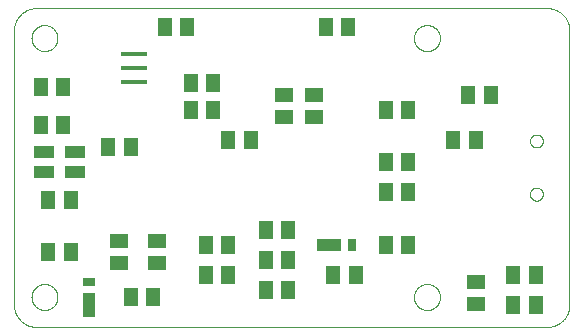
<source format=gbp>
G75*
%MOIN*%
%OFA0B0*%
%FSLAX25Y25*%
%IPPOS*%
%LPD*%
%AMOC8*
5,1,8,0,0,1.08239X$1,22.5*
%
%ADD10C,0.00000*%
%ADD11R,0.05118X0.06299*%
%ADD12R,0.05118X0.05906*%
%ADD13R,0.05906X0.05118*%
%ADD14R,0.06693X0.04134*%
%ADD15R,0.09055X0.01575*%
%ADD16R,0.07874X0.04331*%
%ADD17R,0.03150X0.04331*%
%ADD18R,0.04331X0.07874*%
%ADD19R,0.04331X0.03150*%
%ADD20R,0.06299X0.05118*%
D10*
X0114898Y0038933D02*
X0114898Y0130232D01*
X0114900Y0130413D01*
X0114907Y0130594D01*
X0114918Y0130775D01*
X0114933Y0130956D01*
X0114953Y0131136D01*
X0114977Y0131316D01*
X0115005Y0131495D01*
X0115038Y0131673D01*
X0115075Y0131850D01*
X0115116Y0132027D01*
X0115161Y0132202D01*
X0115211Y0132377D01*
X0115265Y0132550D01*
X0115323Y0132721D01*
X0115385Y0132892D01*
X0115452Y0133060D01*
X0115522Y0133227D01*
X0115596Y0133393D01*
X0115675Y0133556D01*
X0115757Y0133717D01*
X0115843Y0133877D01*
X0115933Y0134034D01*
X0116027Y0134189D01*
X0116124Y0134342D01*
X0116226Y0134492D01*
X0116330Y0134640D01*
X0116439Y0134786D01*
X0116550Y0134928D01*
X0116666Y0135068D01*
X0116784Y0135205D01*
X0116906Y0135340D01*
X0117031Y0135471D01*
X0117159Y0135599D01*
X0117290Y0135724D01*
X0117425Y0135846D01*
X0117562Y0135964D01*
X0117702Y0136080D01*
X0117844Y0136191D01*
X0117990Y0136300D01*
X0118138Y0136404D01*
X0118288Y0136506D01*
X0118441Y0136603D01*
X0118596Y0136697D01*
X0118753Y0136787D01*
X0118913Y0136873D01*
X0119074Y0136955D01*
X0119237Y0137034D01*
X0119403Y0137108D01*
X0119570Y0137178D01*
X0119738Y0137245D01*
X0119909Y0137307D01*
X0120080Y0137365D01*
X0120253Y0137419D01*
X0120428Y0137469D01*
X0120603Y0137514D01*
X0120780Y0137555D01*
X0120957Y0137592D01*
X0121135Y0137625D01*
X0121314Y0137653D01*
X0121494Y0137677D01*
X0121674Y0137697D01*
X0121855Y0137712D01*
X0122036Y0137723D01*
X0122217Y0137730D01*
X0122398Y0137732D01*
X0292595Y0137732D01*
X0292776Y0137730D01*
X0292957Y0137723D01*
X0293138Y0137712D01*
X0293319Y0137697D01*
X0293499Y0137677D01*
X0293679Y0137653D01*
X0293858Y0137625D01*
X0294036Y0137592D01*
X0294213Y0137555D01*
X0294390Y0137514D01*
X0294565Y0137469D01*
X0294740Y0137419D01*
X0294913Y0137365D01*
X0295084Y0137307D01*
X0295255Y0137245D01*
X0295423Y0137178D01*
X0295590Y0137108D01*
X0295756Y0137034D01*
X0295919Y0136955D01*
X0296080Y0136873D01*
X0296240Y0136787D01*
X0296397Y0136697D01*
X0296552Y0136603D01*
X0296705Y0136506D01*
X0296855Y0136404D01*
X0297003Y0136300D01*
X0297149Y0136191D01*
X0297291Y0136080D01*
X0297431Y0135964D01*
X0297568Y0135846D01*
X0297703Y0135724D01*
X0297834Y0135599D01*
X0297962Y0135471D01*
X0298087Y0135340D01*
X0298209Y0135205D01*
X0298327Y0135068D01*
X0298443Y0134928D01*
X0298554Y0134786D01*
X0298663Y0134640D01*
X0298767Y0134492D01*
X0298869Y0134342D01*
X0298966Y0134189D01*
X0299060Y0134034D01*
X0299150Y0133877D01*
X0299236Y0133717D01*
X0299318Y0133556D01*
X0299397Y0133393D01*
X0299471Y0133227D01*
X0299541Y0133060D01*
X0299608Y0132892D01*
X0299670Y0132721D01*
X0299728Y0132550D01*
X0299782Y0132377D01*
X0299832Y0132202D01*
X0299877Y0132027D01*
X0299918Y0131850D01*
X0299955Y0131673D01*
X0299988Y0131495D01*
X0300016Y0131316D01*
X0300040Y0131136D01*
X0300060Y0130956D01*
X0300075Y0130775D01*
X0300086Y0130594D01*
X0300093Y0130413D01*
X0300095Y0130232D01*
X0300095Y0038933D01*
X0300093Y0038752D01*
X0300086Y0038571D01*
X0300075Y0038390D01*
X0300060Y0038209D01*
X0300040Y0038029D01*
X0300016Y0037849D01*
X0299988Y0037670D01*
X0299955Y0037492D01*
X0299918Y0037315D01*
X0299877Y0037138D01*
X0299832Y0036963D01*
X0299782Y0036788D01*
X0299728Y0036615D01*
X0299670Y0036444D01*
X0299608Y0036273D01*
X0299541Y0036105D01*
X0299471Y0035938D01*
X0299397Y0035772D01*
X0299318Y0035609D01*
X0299236Y0035448D01*
X0299150Y0035288D01*
X0299060Y0035131D01*
X0298966Y0034976D01*
X0298869Y0034823D01*
X0298767Y0034673D01*
X0298663Y0034525D01*
X0298554Y0034379D01*
X0298443Y0034237D01*
X0298327Y0034097D01*
X0298209Y0033960D01*
X0298087Y0033825D01*
X0297962Y0033694D01*
X0297834Y0033566D01*
X0297703Y0033441D01*
X0297568Y0033319D01*
X0297431Y0033201D01*
X0297291Y0033085D01*
X0297149Y0032974D01*
X0297003Y0032865D01*
X0296855Y0032761D01*
X0296705Y0032659D01*
X0296552Y0032562D01*
X0296397Y0032468D01*
X0296240Y0032378D01*
X0296080Y0032292D01*
X0295919Y0032210D01*
X0295756Y0032131D01*
X0295590Y0032057D01*
X0295423Y0031987D01*
X0295255Y0031920D01*
X0295084Y0031858D01*
X0294913Y0031800D01*
X0294740Y0031746D01*
X0294565Y0031696D01*
X0294390Y0031651D01*
X0294213Y0031610D01*
X0294036Y0031573D01*
X0293858Y0031540D01*
X0293679Y0031512D01*
X0293499Y0031488D01*
X0293319Y0031468D01*
X0293138Y0031453D01*
X0292957Y0031442D01*
X0292776Y0031435D01*
X0292595Y0031433D01*
X0122398Y0031433D01*
X0122217Y0031435D01*
X0122036Y0031442D01*
X0121855Y0031453D01*
X0121674Y0031468D01*
X0121494Y0031488D01*
X0121314Y0031512D01*
X0121135Y0031540D01*
X0120957Y0031573D01*
X0120780Y0031610D01*
X0120603Y0031651D01*
X0120428Y0031696D01*
X0120253Y0031746D01*
X0120080Y0031800D01*
X0119909Y0031858D01*
X0119738Y0031920D01*
X0119570Y0031987D01*
X0119403Y0032057D01*
X0119237Y0032131D01*
X0119074Y0032210D01*
X0118913Y0032292D01*
X0118753Y0032378D01*
X0118596Y0032468D01*
X0118441Y0032562D01*
X0118288Y0032659D01*
X0118138Y0032761D01*
X0117990Y0032865D01*
X0117844Y0032974D01*
X0117702Y0033085D01*
X0117562Y0033201D01*
X0117425Y0033319D01*
X0117290Y0033441D01*
X0117159Y0033566D01*
X0117031Y0033694D01*
X0116906Y0033825D01*
X0116784Y0033960D01*
X0116666Y0034097D01*
X0116550Y0034237D01*
X0116439Y0034379D01*
X0116330Y0034525D01*
X0116226Y0034673D01*
X0116124Y0034823D01*
X0116027Y0034976D01*
X0115933Y0035131D01*
X0115843Y0035288D01*
X0115757Y0035448D01*
X0115675Y0035609D01*
X0115596Y0035772D01*
X0115522Y0035938D01*
X0115452Y0036105D01*
X0115385Y0036273D01*
X0115323Y0036444D01*
X0115265Y0036615D01*
X0115211Y0036788D01*
X0115161Y0036963D01*
X0115116Y0037138D01*
X0115075Y0037315D01*
X0115038Y0037492D01*
X0115005Y0037670D01*
X0114977Y0037849D01*
X0114953Y0038029D01*
X0114933Y0038209D01*
X0114918Y0038390D01*
X0114907Y0038571D01*
X0114900Y0038752D01*
X0114898Y0038933D01*
X0120764Y0041433D02*
X0120766Y0041564D01*
X0120772Y0041696D01*
X0120782Y0041827D01*
X0120796Y0041958D01*
X0120814Y0042088D01*
X0120836Y0042217D01*
X0120861Y0042346D01*
X0120891Y0042474D01*
X0120925Y0042601D01*
X0120962Y0042728D01*
X0121003Y0042852D01*
X0121048Y0042976D01*
X0121097Y0043098D01*
X0121149Y0043219D01*
X0121205Y0043337D01*
X0121265Y0043455D01*
X0121328Y0043570D01*
X0121395Y0043683D01*
X0121465Y0043795D01*
X0121538Y0043904D01*
X0121614Y0044010D01*
X0121694Y0044115D01*
X0121777Y0044217D01*
X0121863Y0044316D01*
X0121952Y0044413D01*
X0122044Y0044507D01*
X0122139Y0044598D01*
X0122236Y0044687D01*
X0122336Y0044772D01*
X0122439Y0044854D01*
X0122544Y0044933D01*
X0122651Y0045009D01*
X0122761Y0045081D01*
X0122873Y0045150D01*
X0122987Y0045216D01*
X0123102Y0045278D01*
X0123220Y0045337D01*
X0123339Y0045392D01*
X0123460Y0045444D01*
X0123583Y0045491D01*
X0123707Y0045535D01*
X0123832Y0045576D01*
X0123958Y0045612D01*
X0124086Y0045645D01*
X0124214Y0045673D01*
X0124343Y0045698D01*
X0124473Y0045719D01*
X0124603Y0045736D01*
X0124734Y0045749D01*
X0124865Y0045758D01*
X0124996Y0045763D01*
X0125128Y0045764D01*
X0125259Y0045761D01*
X0125391Y0045754D01*
X0125522Y0045743D01*
X0125652Y0045728D01*
X0125782Y0045709D01*
X0125912Y0045686D01*
X0126040Y0045660D01*
X0126168Y0045629D01*
X0126295Y0045594D01*
X0126421Y0045556D01*
X0126545Y0045514D01*
X0126669Y0045468D01*
X0126790Y0045418D01*
X0126910Y0045365D01*
X0127029Y0045308D01*
X0127146Y0045248D01*
X0127260Y0045184D01*
X0127373Y0045116D01*
X0127484Y0045045D01*
X0127593Y0044971D01*
X0127699Y0044894D01*
X0127803Y0044813D01*
X0127904Y0044730D01*
X0128003Y0044643D01*
X0128099Y0044553D01*
X0128192Y0044460D01*
X0128283Y0044365D01*
X0128370Y0044267D01*
X0128455Y0044166D01*
X0128536Y0044063D01*
X0128614Y0043957D01*
X0128689Y0043849D01*
X0128761Y0043739D01*
X0128829Y0043627D01*
X0128894Y0043513D01*
X0128955Y0043396D01*
X0129013Y0043278D01*
X0129067Y0043158D01*
X0129118Y0043037D01*
X0129165Y0042914D01*
X0129208Y0042790D01*
X0129247Y0042665D01*
X0129283Y0042538D01*
X0129314Y0042410D01*
X0129342Y0042282D01*
X0129366Y0042153D01*
X0129386Y0042023D01*
X0129402Y0041892D01*
X0129414Y0041761D01*
X0129422Y0041630D01*
X0129426Y0041499D01*
X0129426Y0041367D01*
X0129422Y0041236D01*
X0129414Y0041105D01*
X0129402Y0040974D01*
X0129386Y0040843D01*
X0129366Y0040713D01*
X0129342Y0040584D01*
X0129314Y0040456D01*
X0129283Y0040328D01*
X0129247Y0040201D01*
X0129208Y0040076D01*
X0129165Y0039952D01*
X0129118Y0039829D01*
X0129067Y0039708D01*
X0129013Y0039588D01*
X0128955Y0039470D01*
X0128894Y0039353D01*
X0128829Y0039239D01*
X0128761Y0039127D01*
X0128689Y0039017D01*
X0128614Y0038909D01*
X0128536Y0038803D01*
X0128455Y0038700D01*
X0128370Y0038599D01*
X0128283Y0038501D01*
X0128192Y0038406D01*
X0128099Y0038313D01*
X0128003Y0038223D01*
X0127904Y0038136D01*
X0127803Y0038053D01*
X0127699Y0037972D01*
X0127593Y0037895D01*
X0127484Y0037821D01*
X0127373Y0037750D01*
X0127261Y0037682D01*
X0127146Y0037618D01*
X0127029Y0037558D01*
X0126910Y0037501D01*
X0126790Y0037448D01*
X0126669Y0037398D01*
X0126545Y0037352D01*
X0126421Y0037310D01*
X0126295Y0037272D01*
X0126168Y0037237D01*
X0126040Y0037206D01*
X0125912Y0037180D01*
X0125782Y0037157D01*
X0125652Y0037138D01*
X0125522Y0037123D01*
X0125391Y0037112D01*
X0125259Y0037105D01*
X0125128Y0037102D01*
X0124996Y0037103D01*
X0124865Y0037108D01*
X0124734Y0037117D01*
X0124603Y0037130D01*
X0124473Y0037147D01*
X0124343Y0037168D01*
X0124214Y0037193D01*
X0124086Y0037221D01*
X0123958Y0037254D01*
X0123832Y0037290D01*
X0123707Y0037331D01*
X0123583Y0037375D01*
X0123460Y0037422D01*
X0123339Y0037474D01*
X0123220Y0037529D01*
X0123102Y0037588D01*
X0122987Y0037650D01*
X0122873Y0037716D01*
X0122761Y0037785D01*
X0122651Y0037857D01*
X0122544Y0037933D01*
X0122439Y0038012D01*
X0122336Y0038094D01*
X0122236Y0038179D01*
X0122139Y0038268D01*
X0122044Y0038359D01*
X0121952Y0038453D01*
X0121863Y0038550D01*
X0121777Y0038649D01*
X0121694Y0038751D01*
X0121614Y0038856D01*
X0121538Y0038962D01*
X0121465Y0039071D01*
X0121395Y0039183D01*
X0121328Y0039296D01*
X0121265Y0039411D01*
X0121205Y0039529D01*
X0121149Y0039647D01*
X0121097Y0039768D01*
X0121048Y0039890D01*
X0121003Y0040014D01*
X0120962Y0040138D01*
X0120925Y0040265D01*
X0120891Y0040392D01*
X0120861Y0040520D01*
X0120836Y0040649D01*
X0120814Y0040778D01*
X0120796Y0040908D01*
X0120782Y0041039D01*
X0120772Y0041170D01*
X0120766Y0041302D01*
X0120764Y0041433D01*
X0248264Y0041433D02*
X0248266Y0041564D01*
X0248272Y0041696D01*
X0248282Y0041827D01*
X0248296Y0041958D01*
X0248314Y0042088D01*
X0248336Y0042217D01*
X0248361Y0042346D01*
X0248391Y0042474D01*
X0248425Y0042601D01*
X0248462Y0042728D01*
X0248503Y0042852D01*
X0248548Y0042976D01*
X0248597Y0043098D01*
X0248649Y0043219D01*
X0248705Y0043337D01*
X0248765Y0043455D01*
X0248828Y0043570D01*
X0248895Y0043683D01*
X0248965Y0043795D01*
X0249038Y0043904D01*
X0249114Y0044010D01*
X0249194Y0044115D01*
X0249277Y0044217D01*
X0249363Y0044316D01*
X0249452Y0044413D01*
X0249544Y0044507D01*
X0249639Y0044598D01*
X0249736Y0044687D01*
X0249836Y0044772D01*
X0249939Y0044854D01*
X0250044Y0044933D01*
X0250151Y0045009D01*
X0250261Y0045081D01*
X0250373Y0045150D01*
X0250487Y0045216D01*
X0250602Y0045278D01*
X0250720Y0045337D01*
X0250839Y0045392D01*
X0250960Y0045444D01*
X0251083Y0045491D01*
X0251207Y0045535D01*
X0251332Y0045576D01*
X0251458Y0045612D01*
X0251586Y0045645D01*
X0251714Y0045673D01*
X0251843Y0045698D01*
X0251973Y0045719D01*
X0252103Y0045736D01*
X0252234Y0045749D01*
X0252365Y0045758D01*
X0252496Y0045763D01*
X0252628Y0045764D01*
X0252759Y0045761D01*
X0252891Y0045754D01*
X0253022Y0045743D01*
X0253152Y0045728D01*
X0253282Y0045709D01*
X0253412Y0045686D01*
X0253540Y0045660D01*
X0253668Y0045629D01*
X0253795Y0045594D01*
X0253921Y0045556D01*
X0254045Y0045514D01*
X0254169Y0045468D01*
X0254290Y0045418D01*
X0254410Y0045365D01*
X0254529Y0045308D01*
X0254646Y0045248D01*
X0254760Y0045184D01*
X0254873Y0045116D01*
X0254984Y0045045D01*
X0255093Y0044971D01*
X0255199Y0044894D01*
X0255303Y0044813D01*
X0255404Y0044730D01*
X0255503Y0044643D01*
X0255599Y0044553D01*
X0255692Y0044460D01*
X0255783Y0044365D01*
X0255870Y0044267D01*
X0255955Y0044166D01*
X0256036Y0044063D01*
X0256114Y0043957D01*
X0256189Y0043849D01*
X0256261Y0043739D01*
X0256329Y0043627D01*
X0256394Y0043513D01*
X0256455Y0043396D01*
X0256513Y0043278D01*
X0256567Y0043158D01*
X0256618Y0043037D01*
X0256665Y0042914D01*
X0256708Y0042790D01*
X0256747Y0042665D01*
X0256783Y0042538D01*
X0256814Y0042410D01*
X0256842Y0042282D01*
X0256866Y0042153D01*
X0256886Y0042023D01*
X0256902Y0041892D01*
X0256914Y0041761D01*
X0256922Y0041630D01*
X0256926Y0041499D01*
X0256926Y0041367D01*
X0256922Y0041236D01*
X0256914Y0041105D01*
X0256902Y0040974D01*
X0256886Y0040843D01*
X0256866Y0040713D01*
X0256842Y0040584D01*
X0256814Y0040456D01*
X0256783Y0040328D01*
X0256747Y0040201D01*
X0256708Y0040076D01*
X0256665Y0039952D01*
X0256618Y0039829D01*
X0256567Y0039708D01*
X0256513Y0039588D01*
X0256455Y0039470D01*
X0256394Y0039353D01*
X0256329Y0039239D01*
X0256261Y0039127D01*
X0256189Y0039017D01*
X0256114Y0038909D01*
X0256036Y0038803D01*
X0255955Y0038700D01*
X0255870Y0038599D01*
X0255783Y0038501D01*
X0255692Y0038406D01*
X0255599Y0038313D01*
X0255503Y0038223D01*
X0255404Y0038136D01*
X0255303Y0038053D01*
X0255199Y0037972D01*
X0255093Y0037895D01*
X0254984Y0037821D01*
X0254873Y0037750D01*
X0254761Y0037682D01*
X0254646Y0037618D01*
X0254529Y0037558D01*
X0254410Y0037501D01*
X0254290Y0037448D01*
X0254169Y0037398D01*
X0254045Y0037352D01*
X0253921Y0037310D01*
X0253795Y0037272D01*
X0253668Y0037237D01*
X0253540Y0037206D01*
X0253412Y0037180D01*
X0253282Y0037157D01*
X0253152Y0037138D01*
X0253022Y0037123D01*
X0252891Y0037112D01*
X0252759Y0037105D01*
X0252628Y0037102D01*
X0252496Y0037103D01*
X0252365Y0037108D01*
X0252234Y0037117D01*
X0252103Y0037130D01*
X0251973Y0037147D01*
X0251843Y0037168D01*
X0251714Y0037193D01*
X0251586Y0037221D01*
X0251458Y0037254D01*
X0251332Y0037290D01*
X0251207Y0037331D01*
X0251083Y0037375D01*
X0250960Y0037422D01*
X0250839Y0037474D01*
X0250720Y0037529D01*
X0250602Y0037588D01*
X0250487Y0037650D01*
X0250373Y0037716D01*
X0250261Y0037785D01*
X0250151Y0037857D01*
X0250044Y0037933D01*
X0249939Y0038012D01*
X0249836Y0038094D01*
X0249736Y0038179D01*
X0249639Y0038268D01*
X0249544Y0038359D01*
X0249452Y0038453D01*
X0249363Y0038550D01*
X0249277Y0038649D01*
X0249194Y0038751D01*
X0249114Y0038856D01*
X0249038Y0038962D01*
X0248965Y0039071D01*
X0248895Y0039183D01*
X0248828Y0039296D01*
X0248765Y0039411D01*
X0248705Y0039529D01*
X0248649Y0039647D01*
X0248597Y0039768D01*
X0248548Y0039890D01*
X0248503Y0040014D01*
X0248462Y0040138D01*
X0248425Y0040265D01*
X0248391Y0040392D01*
X0248361Y0040520D01*
X0248336Y0040649D01*
X0248314Y0040778D01*
X0248296Y0040908D01*
X0248282Y0041039D01*
X0248272Y0041170D01*
X0248266Y0041302D01*
X0248264Y0041433D01*
X0286907Y0075724D02*
X0286909Y0075817D01*
X0286915Y0075909D01*
X0286925Y0076001D01*
X0286939Y0076092D01*
X0286956Y0076183D01*
X0286978Y0076273D01*
X0287003Y0076362D01*
X0287032Y0076450D01*
X0287065Y0076536D01*
X0287102Y0076621D01*
X0287142Y0076705D01*
X0287186Y0076786D01*
X0287233Y0076866D01*
X0287283Y0076944D01*
X0287337Y0077019D01*
X0287394Y0077092D01*
X0287454Y0077162D01*
X0287517Y0077230D01*
X0287583Y0077295D01*
X0287651Y0077357D01*
X0287722Y0077417D01*
X0287796Y0077473D01*
X0287872Y0077526D01*
X0287950Y0077575D01*
X0288030Y0077622D01*
X0288112Y0077664D01*
X0288196Y0077704D01*
X0288281Y0077739D01*
X0288368Y0077771D01*
X0288456Y0077800D01*
X0288545Y0077824D01*
X0288635Y0077845D01*
X0288726Y0077861D01*
X0288818Y0077874D01*
X0288910Y0077883D01*
X0289003Y0077888D01*
X0289095Y0077889D01*
X0289188Y0077886D01*
X0289280Y0077879D01*
X0289372Y0077868D01*
X0289463Y0077853D01*
X0289554Y0077835D01*
X0289644Y0077812D01*
X0289732Y0077786D01*
X0289820Y0077756D01*
X0289906Y0077722D01*
X0289990Y0077685D01*
X0290073Y0077643D01*
X0290154Y0077599D01*
X0290234Y0077551D01*
X0290311Y0077500D01*
X0290385Y0077445D01*
X0290458Y0077387D01*
X0290528Y0077327D01*
X0290595Y0077263D01*
X0290659Y0077197D01*
X0290721Y0077127D01*
X0290779Y0077056D01*
X0290834Y0076982D01*
X0290886Y0076905D01*
X0290935Y0076826D01*
X0290981Y0076746D01*
X0291023Y0076663D01*
X0291061Y0076579D01*
X0291096Y0076493D01*
X0291127Y0076406D01*
X0291154Y0076318D01*
X0291177Y0076228D01*
X0291197Y0076138D01*
X0291213Y0076047D01*
X0291225Y0075955D01*
X0291233Y0075863D01*
X0291237Y0075770D01*
X0291237Y0075678D01*
X0291233Y0075585D01*
X0291225Y0075493D01*
X0291213Y0075401D01*
X0291197Y0075310D01*
X0291177Y0075220D01*
X0291154Y0075130D01*
X0291127Y0075042D01*
X0291096Y0074955D01*
X0291061Y0074869D01*
X0291023Y0074785D01*
X0290981Y0074702D01*
X0290935Y0074622D01*
X0290886Y0074543D01*
X0290834Y0074466D01*
X0290779Y0074392D01*
X0290721Y0074321D01*
X0290659Y0074251D01*
X0290595Y0074185D01*
X0290528Y0074121D01*
X0290458Y0074061D01*
X0290385Y0074003D01*
X0290311Y0073948D01*
X0290234Y0073897D01*
X0290155Y0073849D01*
X0290073Y0073805D01*
X0289990Y0073763D01*
X0289906Y0073726D01*
X0289820Y0073692D01*
X0289732Y0073662D01*
X0289644Y0073636D01*
X0289554Y0073613D01*
X0289463Y0073595D01*
X0289372Y0073580D01*
X0289280Y0073569D01*
X0289188Y0073562D01*
X0289095Y0073559D01*
X0289003Y0073560D01*
X0288910Y0073565D01*
X0288818Y0073574D01*
X0288726Y0073587D01*
X0288635Y0073603D01*
X0288545Y0073624D01*
X0288456Y0073648D01*
X0288368Y0073677D01*
X0288281Y0073709D01*
X0288196Y0073744D01*
X0288112Y0073784D01*
X0288030Y0073826D01*
X0287950Y0073873D01*
X0287872Y0073922D01*
X0287796Y0073975D01*
X0287722Y0074031D01*
X0287651Y0074091D01*
X0287583Y0074153D01*
X0287517Y0074218D01*
X0287454Y0074286D01*
X0287394Y0074356D01*
X0287337Y0074429D01*
X0287283Y0074504D01*
X0287233Y0074582D01*
X0287186Y0074662D01*
X0287142Y0074743D01*
X0287102Y0074827D01*
X0287065Y0074912D01*
X0287032Y0074998D01*
X0287003Y0075086D01*
X0286978Y0075175D01*
X0286956Y0075265D01*
X0286939Y0075356D01*
X0286925Y0075447D01*
X0286915Y0075539D01*
X0286909Y0075631D01*
X0286907Y0075724D01*
X0286907Y0093441D02*
X0286909Y0093534D01*
X0286915Y0093626D01*
X0286925Y0093718D01*
X0286939Y0093809D01*
X0286956Y0093900D01*
X0286978Y0093990D01*
X0287003Y0094079D01*
X0287032Y0094167D01*
X0287065Y0094253D01*
X0287102Y0094338D01*
X0287142Y0094422D01*
X0287186Y0094503D01*
X0287233Y0094583D01*
X0287283Y0094661D01*
X0287337Y0094736D01*
X0287394Y0094809D01*
X0287454Y0094879D01*
X0287517Y0094947D01*
X0287583Y0095012D01*
X0287651Y0095074D01*
X0287722Y0095134D01*
X0287796Y0095190D01*
X0287872Y0095243D01*
X0287950Y0095292D01*
X0288030Y0095339D01*
X0288112Y0095381D01*
X0288196Y0095421D01*
X0288281Y0095456D01*
X0288368Y0095488D01*
X0288456Y0095517D01*
X0288545Y0095541D01*
X0288635Y0095562D01*
X0288726Y0095578D01*
X0288818Y0095591D01*
X0288910Y0095600D01*
X0289003Y0095605D01*
X0289095Y0095606D01*
X0289188Y0095603D01*
X0289280Y0095596D01*
X0289372Y0095585D01*
X0289463Y0095570D01*
X0289554Y0095552D01*
X0289644Y0095529D01*
X0289732Y0095503D01*
X0289820Y0095473D01*
X0289906Y0095439D01*
X0289990Y0095402D01*
X0290073Y0095360D01*
X0290154Y0095316D01*
X0290234Y0095268D01*
X0290311Y0095217D01*
X0290385Y0095162D01*
X0290458Y0095104D01*
X0290528Y0095044D01*
X0290595Y0094980D01*
X0290659Y0094914D01*
X0290721Y0094844D01*
X0290779Y0094773D01*
X0290834Y0094699D01*
X0290886Y0094622D01*
X0290935Y0094543D01*
X0290981Y0094463D01*
X0291023Y0094380D01*
X0291061Y0094296D01*
X0291096Y0094210D01*
X0291127Y0094123D01*
X0291154Y0094035D01*
X0291177Y0093945D01*
X0291197Y0093855D01*
X0291213Y0093764D01*
X0291225Y0093672D01*
X0291233Y0093580D01*
X0291237Y0093487D01*
X0291237Y0093395D01*
X0291233Y0093302D01*
X0291225Y0093210D01*
X0291213Y0093118D01*
X0291197Y0093027D01*
X0291177Y0092937D01*
X0291154Y0092847D01*
X0291127Y0092759D01*
X0291096Y0092672D01*
X0291061Y0092586D01*
X0291023Y0092502D01*
X0290981Y0092419D01*
X0290935Y0092339D01*
X0290886Y0092260D01*
X0290834Y0092183D01*
X0290779Y0092109D01*
X0290721Y0092038D01*
X0290659Y0091968D01*
X0290595Y0091902D01*
X0290528Y0091838D01*
X0290458Y0091778D01*
X0290385Y0091720D01*
X0290311Y0091665D01*
X0290234Y0091614D01*
X0290155Y0091566D01*
X0290073Y0091522D01*
X0289990Y0091480D01*
X0289906Y0091443D01*
X0289820Y0091409D01*
X0289732Y0091379D01*
X0289644Y0091353D01*
X0289554Y0091330D01*
X0289463Y0091312D01*
X0289372Y0091297D01*
X0289280Y0091286D01*
X0289188Y0091279D01*
X0289095Y0091276D01*
X0289003Y0091277D01*
X0288910Y0091282D01*
X0288818Y0091291D01*
X0288726Y0091304D01*
X0288635Y0091320D01*
X0288545Y0091341D01*
X0288456Y0091365D01*
X0288368Y0091394D01*
X0288281Y0091426D01*
X0288196Y0091461D01*
X0288112Y0091501D01*
X0288030Y0091543D01*
X0287950Y0091590D01*
X0287872Y0091639D01*
X0287796Y0091692D01*
X0287722Y0091748D01*
X0287651Y0091808D01*
X0287583Y0091870D01*
X0287517Y0091935D01*
X0287454Y0092003D01*
X0287394Y0092073D01*
X0287337Y0092146D01*
X0287283Y0092221D01*
X0287233Y0092299D01*
X0287186Y0092379D01*
X0287142Y0092460D01*
X0287102Y0092544D01*
X0287065Y0092629D01*
X0287032Y0092715D01*
X0287003Y0092803D01*
X0286978Y0092892D01*
X0286956Y0092982D01*
X0286939Y0093073D01*
X0286925Y0093164D01*
X0286915Y0093256D01*
X0286909Y0093348D01*
X0286907Y0093441D01*
X0248264Y0127732D02*
X0248266Y0127863D01*
X0248272Y0127995D01*
X0248282Y0128126D01*
X0248296Y0128257D01*
X0248314Y0128387D01*
X0248336Y0128516D01*
X0248361Y0128645D01*
X0248391Y0128773D01*
X0248425Y0128900D01*
X0248462Y0129027D01*
X0248503Y0129151D01*
X0248548Y0129275D01*
X0248597Y0129397D01*
X0248649Y0129518D01*
X0248705Y0129636D01*
X0248765Y0129754D01*
X0248828Y0129869D01*
X0248895Y0129982D01*
X0248965Y0130094D01*
X0249038Y0130203D01*
X0249114Y0130309D01*
X0249194Y0130414D01*
X0249277Y0130516D01*
X0249363Y0130615D01*
X0249452Y0130712D01*
X0249544Y0130806D01*
X0249639Y0130897D01*
X0249736Y0130986D01*
X0249836Y0131071D01*
X0249939Y0131153D01*
X0250044Y0131232D01*
X0250151Y0131308D01*
X0250261Y0131380D01*
X0250373Y0131449D01*
X0250487Y0131515D01*
X0250602Y0131577D01*
X0250720Y0131636D01*
X0250839Y0131691D01*
X0250960Y0131743D01*
X0251083Y0131790D01*
X0251207Y0131834D01*
X0251332Y0131875D01*
X0251458Y0131911D01*
X0251586Y0131944D01*
X0251714Y0131972D01*
X0251843Y0131997D01*
X0251973Y0132018D01*
X0252103Y0132035D01*
X0252234Y0132048D01*
X0252365Y0132057D01*
X0252496Y0132062D01*
X0252628Y0132063D01*
X0252759Y0132060D01*
X0252891Y0132053D01*
X0253022Y0132042D01*
X0253152Y0132027D01*
X0253282Y0132008D01*
X0253412Y0131985D01*
X0253540Y0131959D01*
X0253668Y0131928D01*
X0253795Y0131893D01*
X0253921Y0131855D01*
X0254045Y0131813D01*
X0254169Y0131767D01*
X0254290Y0131717D01*
X0254410Y0131664D01*
X0254529Y0131607D01*
X0254646Y0131547D01*
X0254760Y0131483D01*
X0254873Y0131415D01*
X0254984Y0131344D01*
X0255093Y0131270D01*
X0255199Y0131193D01*
X0255303Y0131112D01*
X0255404Y0131029D01*
X0255503Y0130942D01*
X0255599Y0130852D01*
X0255692Y0130759D01*
X0255783Y0130664D01*
X0255870Y0130566D01*
X0255955Y0130465D01*
X0256036Y0130362D01*
X0256114Y0130256D01*
X0256189Y0130148D01*
X0256261Y0130038D01*
X0256329Y0129926D01*
X0256394Y0129812D01*
X0256455Y0129695D01*
X0256513Y0129577D01*
X0256567Y0129457D01*
X0256618Y0129336D01*
X0256665Y0129213D01*
X0256708Y0129089D01*
X0256747Y0128964D01*
X0256783Y0128837D01*
X0256814Y0128709D01*
X0256842Y0128581D01*
X0256866Y0128452D01*
X0256886Y0128322D01*
X0256902Y0128191D01*
X0256914Y0128060D01*
X0256922Y0127929D01*
X0256926Y0127798D01*
X0256926Y0127666D01*
X0256922Y0127535D01*
X0256914Y0127404D01*
X0256902Y0127273D01*
X0256886Y0127142D01*
X0256866Y0127012D01*
X0256842Y0126883D01*
X0256814Y0126755D01*
X0256783Y0126627D01*
X0256747Y0126500D01*
X0256708Y0126375D01*
X0256665Y0126251D01*
X0256618Y0126128D01*
X0256567Y0126007D01*
X0256513Y0125887D01*
X0256455Y0125769D01*
X0256394Y0125652D01*
X0256329Y0125538D01*
X0256261Y0125426D01*
X0256189Y0125316D01*
X0256114Y0125208D01*
X0256036Y0125102D01*
X0255955Y0124999D01*
X0255870Y0124898D01*
X0255783Y0124800D01*
X0255692Y0124705D01*
X0255599Y0124612D01*
X0255503Y0124522D01*
X0255404Y0124435D01*
X0255303Y0124352D01*
X0255199Y0124271D01*
X0255093Y0124194D01*
X0254984Y0124120D01*
X0254873Y0124049D01*
X0254761Y0123981D01*
X0254646Y0123917D01*
X0254529Y0123857D01*
X0254410Y0123800D01*
X0254290Y0123747D01*
X0254169Y0123697D01*
X0254045Y0123651D01*
X0253921Y0123609D01*
X0253795Y0123571D01*
X0253668Y0123536D01*
X0253540Y0123505D01*
X0253412Y0123479D01*
X0253282Y0123456D01*
X0253152Y0123437D01*
X0253022Y0123422D01*
X0252891Y0123411D01*
X0252759Y0123404D01*
X0252628Y0123401D01*
X0252496Y0123402D01*
X0252365Y0123407D01*
X0252234Y0123416D01*
X0252103Y0123429D01*
X0251973Y0123446D01*
X0251843Y0123467D01*
X0251714Y0123492D01*
X0251586Y0123520D01*
X0251458Y0123553D01*
X0251332Y0123589D01*
X0251207Y0123630D01*
X0251083Y0123674D01*
X0250960Y0123721D01*
X0250839Y0123773D01*
X0250720Y0123828D01*
X0250602Y0123887D01*
X0250487Y0123949D01*
X0250373Y0124015D01*
X0250261Y0124084D01*
X0250151Y0124156D01*
X0250044Y0124232D01*
X0249939Y0124311D01*
X0249836Y0124393D01*
X0249736Y0124478D01*
X0249639Y0124567D01*
X0249544Y0124658D01*
X0249452Y0124752D01*
X0249363Y0124849D01*
X0249277Y0124948D01*
X0249194Y0125050D01*
X0249114Y0125155D01*
X0249038Y0125261D01*
X0248965Y0125370D01*
X0248895Y0125482D01*
X0248828Y0125595D01*
X0248765Y0125710D01*
X0248705Y0125828D01*
X0248649Y0125946D01*
X0248597Y0126067D01*
X0248548Y0126189D01*
X0248503Y0126313D01*
X0248462Y0126437D01*
X0248425Y0126564D01*
X0248391Y0126691D01*
X0248361Y0126819D01*
X0248336Y0126948D01*
X0248314Y0127077D01*
X0248296Y0127207D01*
X0248282Y0127338D01*
X0248272Y0127469D01*
X0248266Y0127601D01*
X0248264Y0127732D01*
X0120764Y0127732D02*
X0120766Y0127863D01*
X0120772Y0127995D01*
X0120782Y0128126D01*
X0120796Y0128257D01*
X0120814Y0128387D01*
X0120836Y0128516D01*
X0120861Y0128645D01*
X0120891Y0128773D01*
X0120925Y0128900D01*
X0120962Y0129027D01*
X0121003Y0129151D01*
X0121048Y0129275D01*
X0121097Y0129397D01*
X0121149Y0129518D01*
X0121205Y0129636D01*
X0121265Y0129754D01*
X0121328Y0129869D01*
X0121395Y0129982D01*
X0121465Y0130094D01*
X0121538Y0130203D01*
X0121614Y0130309D01*
X0121694Y0130414D01*
X0121777Y0130516D01*
X0121863Y0130615D01*
X0121952Y0130712D01*
X0122044Y0130806D01*
X0122139Y0130897D01*
X0122236Y0130986D01*
X0122336Y0131071D01*
X0122439Y0131153D01*
X0122544Y0131232D01*
X0122651Y0131308D01*
X0122761Y0131380D01*
X0122873Y0131449D01*
X0122987Y0131515D01*
X0123102Y0131577D01*
X0123220Y0131636D01*
X0123339Y0131691D01*
X0123460Y0131743D01*
X0123583Y0131790D01*
X0123707Y0131834D01*
X0123832Y0131875D01*
X0123958Y0131911D01*
X0124086Y0131944D01*
X0124214Y0131972D01*
X0124343Y0131997D01*
X0124473Y0132018D01*
X0124603Y0132035D01*
X0124734Y0132048D01*
X0124865Y0132057D01*
X0124996Y0132062D01*
X0125128Y0132063D01*
X0125259Y0132060D01*
X0125391Y0132053D01*
X0125522Y0132042D01*
X0125652Y0132027D01*
X0125782Y0132008D01*
X0125912Y0131985D01*
X0126040Y0131959D01*
X0126168Y0131928D01*
X0126295Y0131893D01*
X0126421Y0131855D01*
X0126545Y0131813D01*
X0126669Y0131767D01*
X0126790Y0131717D01*
X0126910Y0131664D01*
X0127029Y0131607D01*
X0127146Y0131547D01*
X0127260Y0131483D01*
X0127373Y0131415D01*
X0127484Y0131344D01*
X0127593Y0131270D01*
X0127699Y0131193D01*
X0127803Y0131112D01*
X0127904Y0131029D01*
X0128003Y0130942D01*
X0128099Y0130852D01*
X0128192Y0130759D01*
X0128283Y0130664D01*
X0128370Y0130566D01*
X0128455Y0130465D01*
X0128536Y0130362D01*
X0128614Y0130256D01*
X0128689Y0130148D01*
X0128761Y0130038D01*
X0128829Y0129926D01*
X0128894Y0129812D01*
X0128955Y0129695D01*
X0129013Y0129577D01*
X0129067Y0129457D01*
X0129118Y0129336D01*
X0129165Y0129213D01*
X0129208Y0129089D01*
X0129247Y0128964D01*
X0129283Y0128837D01*
X0129314Y0128709D01*
X0129342Y0128581D01*
X0129366Y0128452D01*
X0129386Y0128322D01*
X0129402Y0128191D01*
X0129414Y0128060D01*
X0129422Y0127929D01*
X0129426Y0127798D01*
X0129426Y0127666D01*
X0129422Y0127535D01*
X0129414Y0127404D01*
X0129402Y0127273D01*
X0129386Y0127142D01*
X0129366Y0127012D01*
X0129342Y0126883D01*
X0129314Y0126755D01*
X0129283Y0126627D01*
X0129247Y0126500D01*
X0129208Y0126375D01*
X0129165Y0126251D01*
X0129118Y0126128D01*
X0129067Y0126007D01*
X0129013Y0125887D01*
X0128955Y0125769D01*
X0128894Y0125652D01*
X0128829Y0125538D01*
X0128761Y0125426D01*
X0128689Y0125316D01*
X0128614Y0125208D01*
X0128536Y0125102D01*
X0128455Y0124999D01*
X0128370Y0124898D01*
X0128283Y0124800D01*
X0128192Y0124705D01*
X0128099Y0124612D01*
X0128003Y0124522D01*
X0127904Y0124435D01*
X0127803Y0124352D01*
X0127699Y0124271D01*
X0127593Y0124194D01*
X0127484Y0124120D01*
X0127373Y0124049D01*
X0127261Y0123981D01*
X0127146Y0123917D01*
X0127029Y0123857D01*
X0126910Y0123800D01*
X0126790Y0123747D01*
X0126669Y0123697D01*
X0126545Y0123651D01*
X0126421Y0123609D01*
X0126295Y0123571D01*
X0126168Y0123536D01*
X0126040Y0123505D01*
X0125912Y0123479D01*
X0125782Y0123456D01*
X0125652Y0123437D01*
X0125522Y0123422D01*
X0125391Y0123411D01*
X0125259Y0123404D01*
X0125128Y0123401D01*
X0124996Y0123402D01*
X0124865Y0123407D01*
X0124734Y0123416D01*
X0124603Y0123429D01*
X0124473Y0123446D01*
X0124343Y0123467D01*
X0124214Y0123492D01*
X0124086Y0123520D01*
X0123958Y0123553D01*
X0123832Y0123589D01*
X0123707Y0123630D01*
X0123583Y0123674D01*
X0123460Y0123721D01*
X0123339Y0123773D01*
X0123220Y0123828D01*
X0123102Y0123887D01*
X0122987Y0123949D01*
X0122873Y0124015D01*
X0122761Y0124084D01*
X0122651Y0124156D01*
X0122544Y0124232D01*
X0122439Y0124311D01*
X0122336Y0124393D01*
X0122236Y0124478D01*
X0122139Y0124567D01*
X0122044Y0124658D01*
X0121952Y0124752D01*
X0121863Y0124849D01*
X0121777Y0124948D01*
X0121694Y0125050D01*
X0121614Y0125155D01*
X0121538Y0125261D01*
X0121465Y0125370D01*
X0121395Y0125482D01*
X0121328Y0125595D01*
X0121265Y0125710D01*
X0121205Y0125828D01*
X0121149Y0125946D01*
X0121097Y0126067D01*
X0121048Y0126189D01*
X0121003Y0126313D01*
X0120962Y0126437D01*
X0120925Y0126564D01*
X0120891Y0126691D01*
X0120861Y0126819D01*
X0120836Y0126948D01*
X0120814Y0127077D01*
X0120796Y0127207D01*
X0120782Y0127338D01*
X0120772Y0127469D01*
X0120766Y0127601D01*
X0120764Y0127732D01*
D11*
X0123855Y0111433D03*
X0131335Y0111433D03*
X0131335Y0098933D03*
X0123855Y0098933D03*
X0146355Y0091433D03*
X0153835Y0091433D03*
X0186355Y0093933D03*
X0193835Y0093933D03*
X0181335Y0112683D03*
X0173855Y0112683D03*
X0218855Y0131433D03*
X0226335Y0131433D03*
X0266355Y0108933D03*
X0273835Y0108933D03*
X0246335Y0086433D03*
X0238855Y0086433D03*
X0238855Y0076433D03*
X0246335Y0076433D03*
X0246335Y0058933D03*
X0238855Y0058933D03*
X0228835Y0048933D03*
X0221355Y0048933D03*
X0206335Y0043933D03*
X0198855Y0043933D03*
X0198855Y0053933D03*
X0206335Y0053933D03*
X0186335Y0058933D03*
X0178855Y0058933D03*
X0133835Y0056433D03*
X0126355Y0056433D03*
X0153855Y0041433D03*
X0161335Y0041433D03*
X0133835Y0073933D03*
X0126355Y0073933D03*
X0281355Y0048933D03*
X0288835Y0048933D03*
X0288835Y0038933D03*
X0281355Y0038933D03*
D12*
X0206335Y0063933D03*
X0198855Y0063933D03*
X0186335Y0048933D03*
X0178855Y0048933D03*
X0261355Y0093933D03*
X0268835Y0093933D03*
X0246335Y0103933D03*
X0238855Y0103933D03*
X0181335Y0103933D03*
X0173855Y0103933D03*
X0172585Y0131433D03*
X0165105Y0131433D03*
D13*
X0162595Y0060173D03*
X0150095Y0060173D03*
X0150095Y0052693D03*
X0162595Y0052693D03*
D14*
X0135410Y0083185D03*
X0124780Y0083185D03*
X0124780Y0089681D03*
X0135410Y0089681D03*
D15*
X0155095Y0112959D03*
X0155095Y0117683D03*
X0155095Y0122407D03*
D16*
X0220036Y0058933D03*
D17*
X0227516Y0058933D03*
D18*
X0140095Y0038874D03*
D19*
X0140095Y0046354D03*
D20*
X0268845Y0046423D03*
X0268845Y0038943D03*
X0215095Y0101443D03*
X0205095Y0101443D03*
X0205095Y0108923D03*
X0215095Y0108923D03*
M02*

</source>
